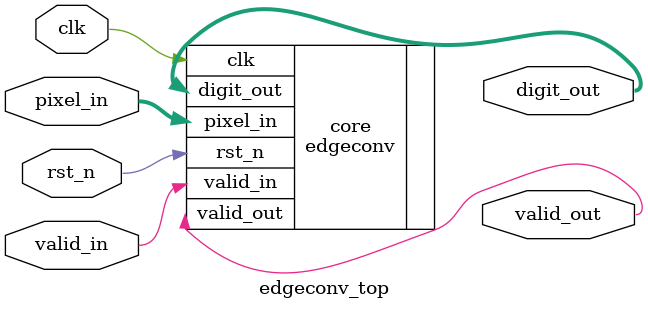
<source format=v>
`timescale 1ns/1ps

module edgeconv_top (
    input         clk,
    input         rst_n,
    input         valid_in,
    input  [7:0]  pixel_in,
    output [3:0]  digit_out,
    output        valid_out
);
    edgeconv core (
        .clk       (clk),
        .rst_n     (rst_n),
        .valid_in  (valid_in),
        .pixel_in  (pixel_in),
        .digit_out (digit_out),
        .valid_out (valid_out)
    );
endmodule

</source>
